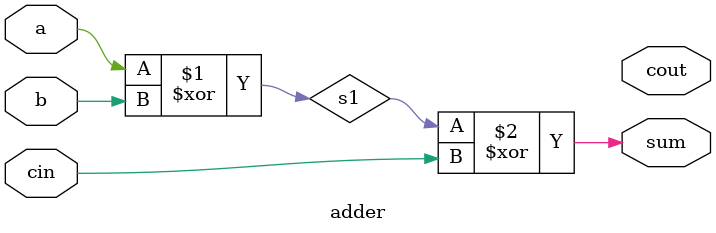
<source format=v>
module adder
(
	input a,b,cin,
	output sum,cout
);
wire s1,m1,m2,m3;//这个还是表示线网型的
xor(s1,a,b);//s1 = a^b,接着sum = s1^cin
xor(sum,s1,cin);
and(m1,a,b);//这个是m1 = a&b,下面的是m2 = a&cin，再接着是m3 = b&cin
and(m2,a,cin);
and(m3,b,cin);
or(m1,m2,m3);
endmodule

</source>
